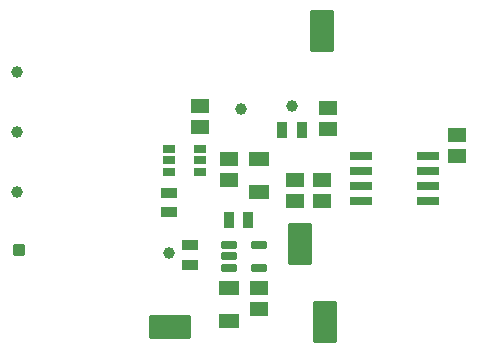
<source format=gtp>
G04*
G04 #@! TF.GenerationSoftware,Altium Limited,Altium Designer,20.1.14 (287)*
G04*
G04 Layer_Color=8421504*
%FSAX25Y25*%
%MOIN*%
G70*
G04*
G04 #@! TF.SameCoordinates,0E288BC8-C536-4CC5-9AEF-3088BE1C8A18*
G04*
G04*
G04 #@! TF.FilePolarity,Positive*
G04*
G01*
G75*
G04:AMPARAMS|DCode=15|XSize=39.37mil|YSize=39.37mil|CornerRadius=3.94mil|HoleSize=0mil|Usage=FLASHONLY|Rotation=90.000|XOffset=0mil|YOffset=0mil|HoleType=Round|Shape=RoundedRectangle|*
%AMROUNDEDRECTD15*
21,1,0.03937,0.03150,0,0,90.0*
21,1,0.03150,0.03937,0,0,90.0*
1,1,0.00787,0.01575,0.01575*
1,1,0.00787,0.01575,-0.01575*
1,1,0.00787,-0.01575,-0.01575*
1,1,0.00787,-0.01575,0.01575*
%
%ADD15ROUNDEDRECTD15*%
%ADD16C,0.03937*%
G04:AMPARAMS|DCode=17|XSize=49.21mil|YSize=62.99mil|CornerRadius=4.92mil|HoleSize=0mil|Usage=FLASHONLY|Rotation=270.000|XOffset=0mil|YOffset=0mil|HoleType=Round|Shape=RoundedRectangle|*
%AMROUNDEDRECTD17*
21,1,0.04921,0.05315,0,0,270.0*
21,1,0.03937,0.06299,0,0,270.0*
1,1,0.00984,-0.02657,-0.01968*
1,1,0.00984,-0.02657,0.01968*
1,1,0.00984,0.02657,0.01968*
1,1,0.00984,0.02657,-0.01968*
%
%ADD17ROUNDEDRECTD17*%
G04:AMPARAMS|DCode=18|XSize=55.12mil|YSize=35.43mil|CornerRadius=2.66mil|HoleSize=0mil|Usage=FLASHONLY|Rotation=90.000|XOffset=0mil|YOffset=0mil|HoleType=Round|Shape=RoundedRectangle|*
%AMROUNDEDRECTD18*
21,1,0.05512,0.03012,0,0,90.0*
21,1,0.04980,0.03543,0,0,90.0*
1,1,0.00532,0.01506,0.02490*
1,1,0.00532,0.01506,-0.02490*
1,1,0.00532,-0.01506,-0.02490*
1,1,0.00532,-0.01506,0.02490*
%
%ADD18ROUNDEDRECTD18*%
G04:AMPARAMS|DCode=19|XSize=141.73mil|YSize=78.74mil|CornerRadius=5.91mil|HoleSize=0mil|Usage=FLASHONLY|Rotation=180.000|XOffset=0mil|YOffset=0mil|HoleType=Round|Shape=RoundedRectangle|*
%AMROUNDEDRECTD19*
21,1,0.14173,0.06693,0,0,180.0*
21,1,0.12992,0.07874,0,0,180.0*
1,1,0.01181,-0.06496,0.03347*
1,1,0.01181,0.06496,0.03347*
1,1,0.01181,0.06496,-0.03347*
1,1,0.01181,-0.06496,-0.03347*
%
%ADD19ROUNDEDRECTD19*%
G04:AMPARAMS|DCode=20|XSize=141.73mil|YSize=78.74mil|CornerRadius=5.91mil|HoleSize=0mil|Usage=FLASHONLY|Rotation=90.000|XOffset=0mil|YOffset=0mil|HoleType=Round|Shape=RoundedRectangle|*
%AMROUNDEDRECTD20*
21,1,0.14173,0.06693,0,0,90.0*
21,1,0.12992,0.07874,0,0,90.0*
1,1,0.01181,0.03347,0.06496*
1,1,0.01181,0.03347,-0.06496*
1,1,0.01181,-0.03347,-0.06496*
1,1,0.01181,-0.03347,0.06496*
%
%ADD20ROUNDEDRECTD20*%
G04:AMPARAMS|DCode=21|XSize=55.12mil|YSize=35.43mil|CornerRadius=2.66mil|HoleSize=0mil|Usage=FLASHONLY|Rotation=0.000|XOffset=0mil|YOffset=0mil|HoleType=Round|Shape=RoundedRectangle|*
%AMROUNDEDRECTD21*
21,1,0.05512,0.03012,0,0,0.0*
21,1,0.04980,0.03543,0,0,0.0*
1,1,0.00532,0.02490,-0.01506*
1,1,0.00532,-0.02490,-0.01506*
1,1,0.00532,-0.02490,0.01506*
1,1,0.00532,0.02490,0.01506*
%
%ADD21ROUNDEDRECTD21*%
%ADD22R,0.07087X0.05118*%
G04:AMPARAMS|DCode=23|XSize=24.8mil|YSize=51.18mil|CornerRadius=1.86mil|HoleSize=0mil|Usage=FLASHONLY|Rotation=90.000|XOffset=0mil|YOffset=0mil|HoleType=Round|Shape=RoundedRectangle|*
%AMROUNDEDRECTD23*
21,1,0.02480,0.04746,0,0,90.0*
21,1,0.02108,0.05118,0,0,90.0*
1,1,0.00372,0.02373,0.01054*
1,1,0.00372,0.02373,-0.01054*
1,1,0.00372,-0.02373,-0.01054*
1,1,0.00372,-0.02373,0.01054*
%
%ADD23ROUNDEDRECTD23*%
G04:AMPARAMS|DCode=24|XSize=28.35mil|YSize=74.8mil|CornerRadius=2.13mil|HoleSize=0mil|Usage=FLASHONLY|Rotation=90.000|XOffset=0mil|YOffset=0mil|HoleType=Round|Shape=RoundedRectangle|*
%AMROUNDEDRECTD24*
21,1,0.02835,0.07055,0,0,90.0*
21,1,0.02410,0.07480,0,0,90.0*
1,1,0.00425,0.03528,0.01205*
1,1,0.00425,0.03528,-0.01205*
1,1,0.00425,-0.03528,-0.01205*
1,1,0.00425,-0.03528,0.01205*
%
%ADD24ROUNDEDRECTD24*%
G04:AMPARAMS|DCode=25|XSize=23.62mil|YSize=43.31mil|CornerRadius=2.01mil|HoleSize=0mil|Usage=FLASHONLY|Rotation=270.000|XOffset=0mil|YOffset=0mil|HoleType=Round|Shape=RoundedRectangle|*
%AMROUNDEDRECTD25*
21,1,0.02362,0.03929,0,0,270.0*
21,1,0.01961,0.04331,0,0,270.0*
1,1,0.00402,-0.01965,-0.00980*
1,1,0.00402,-0.01965,0.00980*
1,1,0.00402,0.01965,0.00980*
1,1,0.00402,0.01965,-0.00980*
%
%ADD25ROUNDEDRECTD25*%
D15*
X0013000Y0037000D02*
D03*
D16*
X0063000Y0036000D02*
D03*
X0087000Y0084000D02*
D03*
X0104000Y0085000D02*
D03*
X0012500Y0056500D02*
D03*
Y0076500D02*
D03*
Y0096500D02*
D03*
D17*
X0114000Y0053476D02*
D03*
Y0060524D02*
D03*
X0105000Y0053476D02*
D03*
Y0060524D02*
D03*
X0116000Y0077476D02*
D03*
Y0084524D02*
D03*
X0159000Y0068476D02*
D03*
Y0075524D02*
D03*
X0073350Y0078226D02*
D03*
Y0085274D02*
D03*
X0093000Y0024524D02*
D03*
Y0017476D02*
D03*
X0083000Y0060476D02*
D03*
Y0067524D02*
D03*
D18*
X0100752Y0077000D02*
D03*
X0107248D02*
D03*
X0082852Y0047000D02*
D03*
X0089348D02*
D03*
D19*
X0063500Y0011500D02*
D03*
D20*
X0106575Y0039000D02*
D03*
X0114000Y0110000D02*
D03*
X0115000Y0013000D02*
D03*
D21*
X0063000Y0056248D02*
D03*
Y0049752D02*
D03*
X0070000Y0032252D02*
D03*
Y0038748D02*
D03*
D22*
X0083000Y0013488D02*
D03*
Y0024512D02*
D03*
X0093000Y0067512D02*
D03*
Y0056488D02*
D03*
D23*
X0083065Y0038740D02*
D03*
Y0035000D02*
D03*
Y0031260D02*
D03*
X0093135D02*
D03*
Y0038740D02*
D03*
D24*
X0126978Y0068500D02*
D03*
Y0063500D02*
D03*
Y0058500D02*
D03*
Y0053500D02*
D03*
X0149222Y0068500D02*
D03*
Y0063500D02*
D03*
Y0058500D02*
D03*
Y0053500D02*
D03*
D25*
X0073218Y0070740D02*
D03*
Y0067000D02*
D03*
Y0063260D02*
D03*
X0062982Y0070740D02*
D03*
Y0063260D02*
D03*
Y0067000D02*
D03*
M02*

</source>
